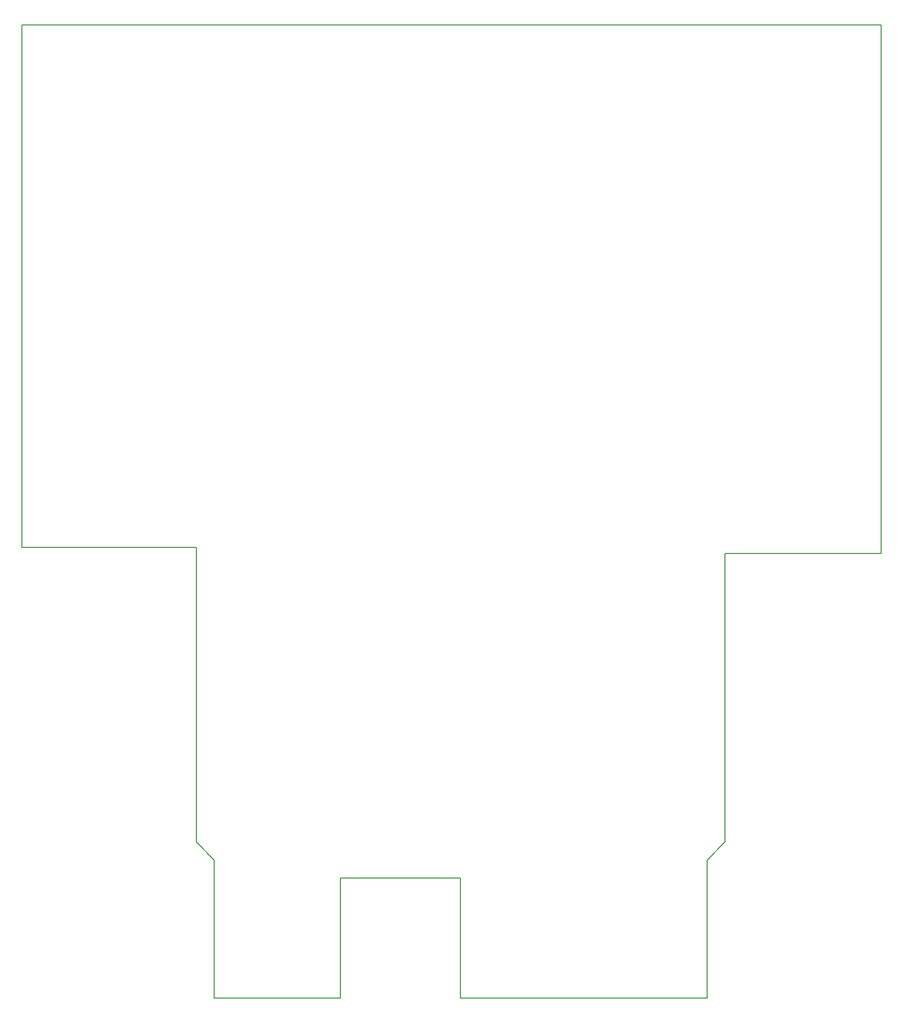
<source format=gm1>
%TF.GenerationSoftware,KiCad,Pcbnew,4.0.2+dfsg1-stable*%
%TF.CreationDate,2019-06-07T12:13:31+02:00*%
%TF.ProjectId,abex,616265782E6B696361645F7063620000,rev?*%
%TF.FileFunction,Profile,NP*%
%FSLAX46Y46*%
G04 Gerber Fmt 4.6, Leading zero omitted, Abs format (unit mm)*
G04 Created by KiCad (PCBNEW 4.0.2+dfsg1-stable) date ven 07 giu 2019 12:13:31 CEST*
%MOMM*%
G01*
G04 APERTURE LIST*
%ADD10C,0.100000*%
%ADD11C,0.150000*%
G04 APERTURE END LIST*
D10*
D11*
X196000000Y-22000000D02*
X177000000Y-22000000D01*
X196000000Y-110000000D02*
X196000000Y-22000000D01*
X177000000Y-110000000D02*
X196000000Y-110000000D01*
X53000000Y-22000000D02*
X74000000Y-22000000D01*
X53000000Y-109000000D02*
X53000000Y-22000000D01*
X74000000Y-109000000D02*
X53000000Y-109000000D01*
X74000000Y-22000000D02*
X76000000Y-22000000D01*
X76000000Y-109000000D02*
X74000000Y-109000000D01*
X76000000Y-22000000D02*
X177000000Y-22000000D01*
X82000000Y-109000000D02*
X76000000Y-109000000D01*
X82000000Y-158000000D02*
X82000000Y-109000000D01*
X85000000Y-161000000D02*
X82000000Y-158000000D01*
X85000000Y-184000000D02*
X85000000Y-161000000D01*
X106000000Y-184000000D02*
X85000000Y-184000000D01*
X106000000Y-164000000D02*
X106000000Y-184000000D01*
X126000000Y-164000000D02*
X106000000Y-164000000D01*
X126000000Y-184000000D02*
X126000000Y-164000000D01*
X170000000Y-110000000D02*
X177000000Y-110000000D01*
X170000000Y-117000000D02*
X170000000Y-110000000D01*
X170000000Y-158000000D02*
X170000000Y-117000000D01*
X167000000Y-161000000D02*
X170000000Y-158000000D01*
X167000000Y-184000000D02*
X167000000Y-161000000D01*
X126000000Y-184000000D02*
X167000000Y-184000000D01*
M02*

</source>
